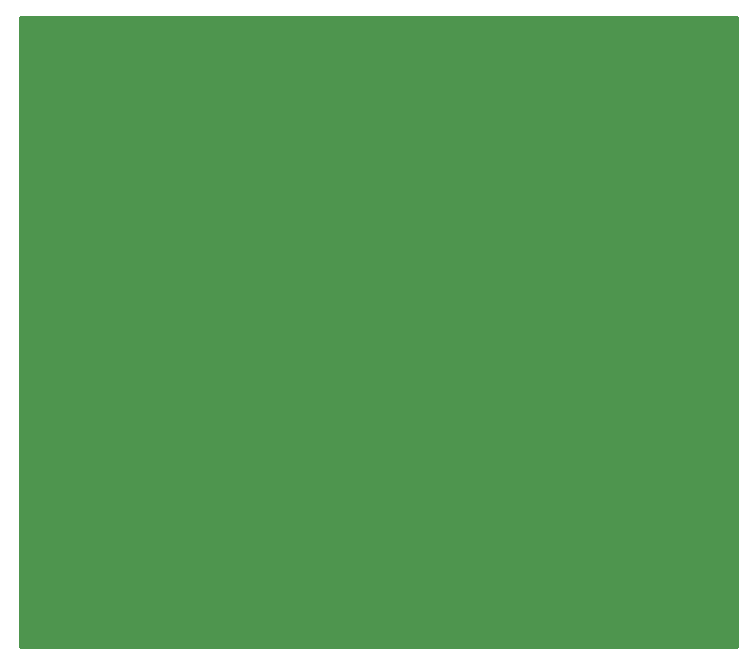
<source format=gbr>
G04 #@! TF.GenerationSoftware,KiCad,Pcbnew,(5.0.0)*
G04 #@! TF.CreationDate,2018-10-15T10:25:54+02:00*
G04 #@! TF.ProjectId,Amplificador_3W_TDA2822,416D706C6966696361646F725F33575F,rev?*
G04 #@! TF.SameCoordinates,Original*
G04 #@! TF.FileFunction,Legend,Bot*
G04 #@! TF.FilePolarity,Positive*
%FSLAX46Y46*%
G04 Gerber Fmt 4.6, Leading zero omitted, Abs format (unit mm)*
G04 Created by KiCad (PCBNEW (5.0.0)) date 10/15/18 10:25:54*
%MOMM*%
%LPD*%
G01*
G04 APERTURE LIST*
%ADD10C,0.254000*%
G04 APERTURE END LIST*
D10*
G36*
X171323000Y-115443000D02*
X110617000Y-115443000D01*
X110617000Y-62103000D01*
X171323000Y-62103000D01*
X171323000Y-115443000D01*
X171323000Y-115443000D01*
G37*
X171323000Y-115443000D02*
X110617000Y-115443000D01*
X110617000Y-62103000D01*
X171323000Y-62103000D01*
X171323000Y-115443000D01*
M02*

</source>
